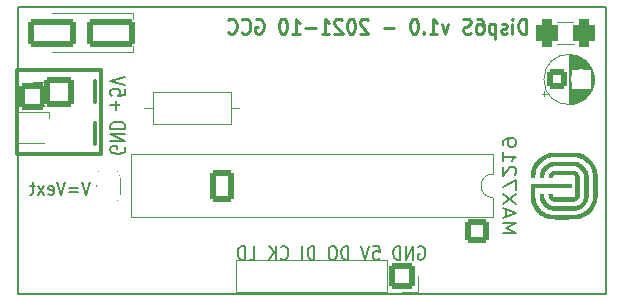
<source format=gbr>
G04 #@! TF.GenerationSoftware,KiCad,Pcbnew,(5.99.0-12936-g328d3d0d77)*
G04 #@! TF.CreationDate,2021-10-24T19:14:53+02:00*
G04 #@! TF.ProjectId,FSP-Display6S,4653502d-4469-4737-906c-617936532e6b,v1.0*
G04 #@! TF.SameCoordinates,Original*
G04 #@! TF.FileFunction,Legend,Bot*
G04 #@! TF.FilePolarity,Positive*
%FSLAX46Y46*%
G04 Gerber Fmt 4.6, Leading zero omitted, Abs format (unit mm)*
G04 Created by KiCad (PCBNEW (5.99.0-12936-g328d3d0d77)) date 2021-10-24 19:14:53*
%MOMM*%
%LPD*%
G01*
G04 APERTURE LIST*
G04 Aperture macros list*
%AMRoundRect*
0 Rectangle with rounded corners*
0 $1 Rounding radius*
0 $2 $3 $4 $5 $6 $7 $8 $9 X,Y pos of 4 corners*
0 Add a 4 corners polygon primitive as box body*
4,1,4,$2,$3,$4,$5,$6,$7,$8,$9,$2,$3,0*
0 Add four circle primitives for the rounded corners*
1,1,$1+$1,$2,$3*
1,1,$1+$1,$4,$5*
1,1,$1+$1,$6,$7*
1,1,$1+$1,$8,$9*
0 Add four rect primitives between the rounded corners*
20,1,$1+$1,$2,$3,$4,$5,0*
20,1,$1+$1,$4,$5,$6,$7,0*
20,1,$1+$1,$6,$7,$8,$9,0*
20,1,$1+$1,$8,$9,$2,$3,0*%
%AMFreePoly0*
4,1,41,0.597202,0.984665,0.679605,0.929605,0.734665,0.847202,0.754000,0.750000,0.754000,-0.750000,0.734665,-0.847202,0.679605,-0.929605,0.597202,-0.984665,0.500000,-1.004000,0.000000,-1.004000,-0.027270,-0.998576,-0.084595,-0.997525,-0.155685,-0.986011,-0.291000,-0.943736,-0.356003,-0.912732,-0.474013,-0.834177,-0.527699,-0.786176,-0.618919,-0.677657,-0.656975,-0.616516,-0.714070,-0.486757,
-0.733437,-0.417395,-0.751020,-0.282935,-0.747539,-0.282480,-0.754000,-0.250000,-0.754000,0.250000,-0.751326,0.263440,-0.750939,0.295188,-0.729128,0.435265,-0.708073,0.504133,-0.647825,0.632458,-0.608286,0.692650,-0.514442,0.798908,-0.459598,0.845584,-0.339703,0.921232,-0.273964,0.950638,-0.137657,0.989595,-0.066305,0.999369,-0.024565,0.999114,0.000000,1.004000,0.500000,1.004000,
0.597202,0.984665,0.597202,0.984665,$1*%
%AMFreePoly1*
4,1,41,0.026121,0.998804,0.075455,0.998503,0.146682,0.987859,0.282503,0.947240,0.347878,0.917032,0.466840,0.839925,0.521111,0.792582,0.613649,0.685185,0.652448,0.624516,0.711125,0.495464,0.731338,0.426341,0.751435,0.286008,0.754000,0.250000,0.754000,-0.250000,0.753981,-0.253098,0.753832,-0.265314,0.750331,-0.304357,0.726811,-0.444158,0.704915,-0.512766,0.643103,-0.640345,
0.602833,-0.700048,0.507698,-0.805152,0.452287,-0.851155,0.331477,-0.925332,0.265385,-0.953933,0.128612,-0.991222,0.057145,-1.000123,0.022668,-0.999491,0.000000,-1.004000,-0.500000,-1.004000,-0.597202,-0.984665,-0.679605,-0.929605,-0.734665,-0.847202,-0.754000,-0.750000,-0.754000,0.750000,-0.734665,0.847202,-0.679605,0.929605,-0.597202,0.984665,-0.500000,1.004000,0.000000,1.004000,
0.026121,0.998804,0.026121,0.998804,$1*%
G04 Aperture macros list end*
%ADD10C,0.149860*%
%ADD11C,0.203200*%
%ADD12C,0.254000*%
%ADD13C,0.120000*%
%ADD14C,0.304800*%
%ADD15C,3.708000*%
%ADD16RoundRect,0.254000X0.750570X-1.099820X0.750570X1.099820X-0.750570X1.099820X-0.750570X-1.099820X0*%
%ADD17O,2.009140X2.707640*%
%ADD18C,2.108000*%
%ADD19O,2.108000X2.108000*%
%ADD20RoundRect,0.254000X0.889000X0.889000X-0.889000X0.889000X-0.889000X-0.889000X0.889000X-0.889000X0*%
%ADD21O,2.286000X2.286000*%
%ADD22RoundRect,0.254000X-0.600000X-0.600000X0.600000X-0.600000X0.600000X0.600000X-0.600000X0.600000X0*%
%ADD23C,1.708000*%
%ADD24RoundRect,0.254000X0.800000X-0.800000X0.800000X0.800000X-0.800000X0.800000X-0.800000X-0.800000X0*%
%ADD25RoundRect,0.254000X1.750000X0.900000X-1.750000X0.900000X-1.750000X-0.900000X1.750000X-0.900000X0*%
%ADD26RoundRect,0.504000X-0.412500X-0.650000X0.412500X-0.650000X0.412500X0.650000X-0.412500X0.650000X0*%
%ADD27RoundRect,0.254000X0.850000X-0.850000X0.850000X0.850000X-0.850000X0.850000X-0.850000X-0.850000X0*%
%ADD28O,2.208000X2.208000*%
%ADD29FreePoly0,90.000000*%
%ADD30FreePoly1,90.000000*%
%ADD31RoundRect,0.254000X-1.016000X1.016000X-1.016000X-1.016000X1.016000X-1.016000X1.016000X1.016000X0*%
%ADD32O,2.540000X3.048000*%
G04 APERTURE END LIST*
D10*
X41147996Y-28067001D02*
X41147996Y-52324001D01*
X90931996Y-28067001D02*
X41147996Y-28067001D01*
X90931996Y-52324001D02*
X90931996Y-28067001D01*
X41147996Y-52324001D02*
X90931996Y-52324001D01*
D11*
X82159928Y-47171428D02*
X83302928Y-47171428D01*
X82486500Y-46748095D01*
X83302928Y-46324761D01*
X82159928Y-46324761D01*
X82486500Y-45780476D02*
X82486500Y-45175714D01*
X82159928Y-45901428D02*
X83302928Y-45478095D01*
X82159928Y-45054761D01*
X83302928Y-44752380D02*
X82159928Y-43905714D01*
X83302928Y-43905714D02*
X82159928Y-44752380D01*
X83302928Y-43542857D02*
X83302928Y-42696190D01*
X82159928Y-43240476D01*
X83194071Y-42272857D02*
X83248500Y-42212380D01*
X83302928Y-42091428D01*
X83302928Y-41789047D01*
X83248500Y-41668095D01*
X83194071Y-41607619D01*
X83085214Y-41547142D01*
X82976357Y-41547142D01*
X82813071Y-41607619D01*
X82159928Y-42333333D01*
X82159928Y-41547142D01*
X82159928Y-40337619D02*
X82159928Y-41063333D01*
X82159928Y-40700476D02*
X83302928Y-40700476D01*
X83139642Y-40821428D01*
X83030785Y-40942380D01*
X82976357Y-41063333D01*
X82159928Y-39732857D02*
X82159928Y-39490952D01*
X82214357Y-39370000D01*
X82268785Y-39309523D01*
X82432071Y-39188571D01*
X82649785Y-39128095D01*
X83085214Y-39128095D01*
X83194071Y-39188571D01*
X83248500Y-39249047D01*
X83302928Y-39370000D01*
X83302928Y-39611904D01*
X83248500Y-39732857D01*
X83194071Y-39793333D01*
X83085214Y-39853809D01*
X82813071Y-39853809D01*
X82704214Y-39793333D01*
X82649785Y-39732857D01*
X82595357Y-39611904D01*
X82595357Y-39370000D01*
X82649785Y-39249047D01*
X82704214Y-39188571D01*
X82813071Y-39128095D01*
X47244000Y-42808071D02*
X46905333Y-43951071D01*
X46566666Y-42808071D01*
X46228000Y-43352357D02*
X45453904Y-43352357D01*
X45453904Y-43678928D02*
X46228000Y-43678928D01*
X45115238Y-42808071D02*
X44776571Y-43951071D01*
X44437904Y-42808071D01*
X43712190Y-43896642D02*
X43808952Y-43951071D01*
X44002476Y-43951071D01*
X44099238Y-43896642D01*
X44147619Y-43787785D01*
X44147619Y-43352357D01*
X44099238Y-43243500D01*
X44002476Y-43189071D01*
X43808952Y-43189071D01*
X43712190Y-43243500D01*
X43663809Y-43352357D01*
X43663809Y-43461214D01*
X44147619Y-43570071D01*
X43325142Y-43951071D02*
X42792952Y-43189071D01*
X43325142Y-43189071D02*
X42792952Y-43951071D01*
X42551047Y-43189071D02*
X42164000Y-43189071D01*
X42405904Y-42808071D02*
X42405904Y-43787785D01*
X42357523Y-43896642D01*
X42260761Y-43951071D01*
X42164000Y-43951071D01*
D12*
X84144757Y-30292523D02*
X84144757Y-29022523D01*
X83872614Y-29022523D01*
X83709328Y-29083000D01*
X83600471Y-29203952D01*
X83546042Y-29324904D01*
X83491614Y-29566809D01*
X83491614Y-29748238D01*
X83546042Y-29990142D01*
X83600471Y-30111095D01*
X83709328Y-30232047D01*
X83872614Y-30292523D01*
X84144757Y-30292523D01*
X83001757Y-30292523D02*
X83001757Y-29445857D01*
X83001757Y-29022523D02*
X83056185Y-29083000D01*
X83001757Y-29143476D01*
X82947328Y-29083000D01*
X83001757Y-29022523D01*
X83001757Y-29143476D01*
X82511900Y-30232047D02*
X82403042Y-30292523D01*
X82185328Y-30292523D01*
X82076471Y-30232047D01*
X82022042Y-30111095D01*
X82022042Y-30050619D01*
X82076471Y-29929666D01*
X82185328Y-29869190D01*
X82348614Y-29869190D01*
X82457471Y-29808714D01*
X82511900Y-29687761D01*
X82511900Y-29627285D01*
X82457471Y-29506333D01*
X82348614Y-29445857D01*
X82185328Y-29445857D01*
X82076471Y-29506333D01*
X81532185Y-29445857D02*
X81532185Y-30715857D01*
X81532185Y-29506333D02*
X81423328Y-29445857D01*
X81205614Y-29445857D01*
X81096757Y-29506333D01*
X81042328Y-29566809D01*
X80987900Y-29687761D01*
X80987900Y-30050619D01*
X81042328Y-30171571D01*
X81096757Y-30232047D01*
X81205614Y-30292523D01*
X81423328Y-30292523D01*
X81532185Y-30232047D01*
X80008185Y-29022523D02*
X80225900Y-29022523D01*
X80334757Y-29083000D01*
X80389185Y-29143476D01*
X80498042Y-29324904D01*
X80552471Y-29566809D01*
X80552471Y-30050619D01*
X80498042Y-30171571D01*
X80443614Y-30232047D01*
X80334757Y-30292523D01*
X80117042Y-30292523D01*
X80008185Y-30232047D01*
X79953757Y-30171571D01*
X79899328Y-30050619D01*
X79899328Y-29748238D01*
X79953757Y-29627285D01*
X80008185Y-29566809D01*
X80117042Y-29506333D01*
X80334757Y-29506333D01*
X80443614Y-29566809D01*
X80498042Y-29627285D01*
X80552471Y-29748238D01*
X79463900Y-30232047D02*
X79300614Y-30292523D01*
X79028471Y-30292523D01*
X78919614Y-30232047D01*
X78865185Y-30171571D01*
X78810757Y-30050619D01*
X78810757Y-29929666D01*
X78865185Y-29808714D01*
X78919614Y-29748238D01*
X79028471Y-29687761D01*
X79246185Y-29627285D01*
X79355042Y-29566809D01*
X79409471Y-29506333D01*
X79463900Y-29385380D01*
X79463900Y-29264428D01*
X79409471Y-29143476D01*
X79355042Y-29083000D01*
X79246185Y-29022523D01*
X78974042Y-29022523D01*
X78810757Y-29083000D01*
X77558900Y-29445857D02*
X77286757Y-30292523D01*
X77014614Y-29445857D01*
X75980471Y-30292523D02*
X76633614Y-30292523D01*
X76307042Y-30292523D02*
X76307042Y-29022523D01*
X76415900Y-29203952D01*
X76524757Y-29324904D01*
X76633614Y-29385380D01*
X75490614Y-30171571D02*
X75436185Y-30232047D01*
X75490614Y-30292523D01*
X75545042Y-30232047D01*
X75490614Y-30171571D01*
X75490614Y-30292523D01*
X74728614Y-29022523D02*
X74619757Y-29022523D01*
X74510900Y-29083000D01*
X74456471Y-29143476D01*
X74402042Y-29264428D01*
X74347614Y-29506333D01*
X74347614Y-29808714D01*
X74402042Y-30050619D01*
X74456471Y-30171571D01*
X74510900Y-30232047D01*
X74619757Y-30292523D01*
X74728614Y-30292523D01*
X74837471Y-30232047D01*
X74891900Y-30171571D01*
X74946328Y-30050619D01*
X75000757Y-29808714D01*
X75000757Y-29506333D01*
X74946328Y-29264428D01*
X74891900Y-29143476D01*
X74837471Y-29083000D01*
X74728614Y-29022523D01*
X72986900Y-29808714D02*
X72116042Y-29808714D01*
X70755328Y-29143476D02*
X70700900Y-29083000D01*
X70592042Y-29022523D01*
X70319900Y-29022523D01*
X70211042Y-29083000D01*
X70156614Y-29143476D01*
X70102185Y-29264428D01*
X70102185Y-29385380D01*
X70156614Y-29566809D01*
X70809757Y-30292523D01*
X70102185Y-30292523D01*
X69394614Y-29022523D02*
X69285757Y-29022523D01*
X69176900Y-29083000D01*
X69122471Y-29143476D01*
X69068042Y-29264428D01*
X69013614Y-29506333D01*
X69013614Y-29808714D01*
X69068042Y-30050619D01*
X69122471Y-30171571D01*
X69176900Y-30232047D01*
X69285757Y-30292523D01*
X69394614Y-30292523D01*
X69503471Y-30232047D01*
X69557900Y-30171571D01*
X69612328Y-30050619D01*
X69666757Y-29808714D01*
X69666757Y-29506333D01*
X69612328Y-29264428D01*
X69557900Y-29143476D01*
X69503471Y-29083000D01*
X69394614Y-29022523D01*
X68578185Y-29143476D02*
X68523757Y-29083000D01*
X68414900Y-29022523D01*
X68142757Y-29022523D01*
X68033900Y-29083000D01*
X67979471Y-29143476D01*
X67925042Y-29264428D01*
X67925042Y-29385380D01*
X67979471Y-29566809D01*
X68632614Y-30292523D01*
X67925042Y-30292523D01*
X66836471Y-30292523D02*
X67489614Y-30292523D01*
X67163042Y-30292523D02*
X67163042Y-29022523D01*
X67271900Y-29203952D01*
X67380757Y-29324904D01*
X67489614Y-29385380D01*
X66346614Y-29808714D02*
X65475757Y-29808714D01*
X64332757Y-30292523D02*
X64985900Y-30292523D01*
X64659328Y-30292523D02*
X64659328Y-29022523D01*
X64768185Y-29203952D01*
X64877042Y-29324904D01*
X64985900Y-29385380D01*
X63625185Y-29022523D02*
X63516328Y-29022523D01*
X63407471Y-29083000D01*
X63353042Y-29143476D01*
X63298614Y-29264428D01*
X63244185Y-29506333D01*
X63244185Y-29808714D01*
X63298614Y-30050619D01*
X63353042Y-30171571D01*
X63407471Y-30232047D01*
X63516328Y-30292523D01*
X63625185Y-30292523D01*
X63734042Y-30232047D01*
X63788471Y-30171571D01*
X63842900Y-30050619D01*
X63897328Y-29808714D01*
X63897328Y-29506333D01*
X63842900Y-29264428D01*
X63788471Y-29143476D01*
X63734042Y-29083000D01*
X63625185Y-29022523D01*
X61284757Y-29083000D02*
X61393614Y-29022523D01*
X61556900Y-29022523D01*
X61720185Y-29083000D01*
X61829042Y-29203952D01*
X61883471Y-29324904D01*
X61937900Y-29566809D01*
X61937900Y-29748238D01*
X61883471Y-29990142D01*
X61829042Y-30111095D01*
X61720185Y-30232047D01*
X61556900Y-30292523D01*
X61448042Y-30292523D01*
X61284757Y-30232047D01*
X61230328Y-30171571D01*
X61230328Y-29748238D01*
X61448042Y-29748238D01*
X60087328Y-30171571D02*
X60141757Y-30232047D01*
X60305042Y-30292523D01*
X60413900Y-30292523D01*
X60577185Y-30232047D01*
X60686042Y-30111095D01*
X60740471Y-29990142D01*
X60794900Y-29748238D01*
X60794900Y-29566809D01*
X60740471Y-29324904D01*
X60686042Y-29203952D01*
X60577185Y-29083000D01*
X60413900Y-29022523D01*
X60305042Y-29022523D01*
X60141757Y-29083000D01*
X60087328Y-29143476D01*
X58944328Y-30171571D02*
X58998757Y-30232047D01*
X59162042Y-30292523D01*
X59270900Y-30292523D01*
X59434185Y-30232047D01*
X59543042Y-30111095D01*
X59597471Y-29990142D01*
X59651900Y-29748238D01*
X59651900Y-29566809D01*
X59597471Y-29324904D01*
X59543042Y-29203952D01*
X59434185Y-29083000D01*
X59270900Y-29022523D01*
X59162042Y-29022523D01*
X58998757Y-29083000D01*
X58944328Y-29143476D01*
D11*
X50164998Y-39890096D02*
X50225474Y-39986858D01*
X50225474Y-40132001D01*
X50164998Y-40277143D01*
X50044045Y-40373905D01*
X49923093Y-40422286D01*
X49681188Y-40470667D01*
X49499759Y-40470667D01*
X49257855Y-40422286D01*
X49136902Y-40373905D01*
X49015950Y-40277143D01*
X48955474Y-40132001D01*
X48955474Y-40035239D01*
X49015950Y-39890096D01*
X49076426Y-39841715D01*
X49499759Y-39841715D01*
X49499759Y-40035239D01*
X48955474Y-39406286D02*
X50225474Y-39406286D01*
X48955474Y-38825715D01*
X50225474Y-38825715D01*
X48955474Y-38341905D02*
X50225474Y-38341905D01*
X50225474Y-38100001D01*
X50164998Y-37954858D01*
X50044045Y-37858096D01*
X49923093Y-37809715D01*
X49681188Y-37761334D01*
X49499759Y-37761334D01*
X49257855Y-37809715D01*
X49136902Y-37858096D01*
X49015950Y-37954858D01*
X48955474Y-38100001D01*
X48955474Y-38341905D01*
X49439283Y-36739286D02*
X49439283Y-35965191D01*
X48955474Y-36352239D02*
X49923093Y-36352239D01*
X50225474Y-34997572D02*
X50225474Y-35481381D01*
X49620712Y-35529762D01*
X49681188Y-35481381D01*
X49741664Y-35384620D01*
X49741664Y-35142715D01*
X49681188Y-35045953D01*
X49620712Y-34997572D01*
X49499759Y-34949191D01*
X49197378Y-34949191D01*
X49076426Y-34997572D01*
X49015950Y-35045953D01*
X48955474Y-35142715D01*
X48955474Y-35384620D01*
X49015950Y-35481381D01*
X49076426Y-35529762D01*
X50225474Y-34658905D02*
X48955474Y-34320239D01*
X50225474Y-33981572D01*
X75044904Y-48323500D02*
X75141666Y-48269071D01*
X75286809Y-48269071D01*
X75431952Y-48323500D01*
X75528714Y-48432357D01*
X75577095Y-48541214D01*
X75625476Y-48758928D01*
X75625476Y-48922214D01*
X75577095Y-49139928D01*
X75528714Y-49248785D01*
X75431952Y-49357642D01*
X75286809Y-49412071D01*
X75190047Y-49412071D01*
X75044904Y-49357642D01*
X74996523Y-49303214D01*
X74996523Y-48922214D01*
X75190047Y-48922214D01*
X74561095Y-49412071D02*
X74561095Y-48269071D01*
X73980523Y-49412071D01*
X73980523Y-48269071D01*
X73496714Y-49412071D02*
X73496714Y-48269071D01*
X73254809Y-48269071D01*
X73109666Y-48323500D01*
X73012904Y-48432357D01*
X72964523Y-48541214D01*
X72916142Y-48758928D01*
X72916142Y-48922214D01*
X72964523Y-49139928D01*
X73012904Y-49248785D01*
X73109666Y-49357642D01*
X73254809Y-49412071D01*
X73496714Y-49412071D01*
X71222809Y-48269071D02*
X71706619Y-48269071D01*
X71755000Y-48813357D01*
X71706619Y-48758928D01*
X71609857Y-48704500D01*
X71367952Y-48704500D01*
X71271190Y-48758928D01*
X71222809Y-48813357D01*
X71174428Y-48922214D01*
X71174428Y-49194357D01*
X71222809Y-49303214D01*
X71271190Y-49357642D01*
X71367952Y-49412071D01*
X71609857Y-49412071D01*
X71706619Y-49357642D01*
X71755000Y-49303214D01*
X70884142Y-48269071D02*
X70545476Y-49412071D01*
X70206809Y-48269071D01*
X69094047Y-49412071D02*
X69094047Y-48269071D01*
X68852142Y-48269071D01*
X68707000Y-48323500D01*
X68610238Y-48432357D01*
X68561857Y-48541214D01*
X68513476Y-48758928D01*
X68513476Y-48922214D01*
X68561857Y-49139928D01*
X68610238Y-49248785D01*
X68707000Y-49357642D01*
X68852142Y-49412071D01*
X69094047Y-49412071D01*
X67884523Y-48269071D02*
X67691000Y-48269071D01*
X67594238Y-48323500D01*
X67497476Y-48432357D01*
X67449095Y-48650071D01*
X67449095Y-49031071D01*
X67497476Y-49248785D01*
X67594238Y-49357642D01*
X67691000Y-49412071D01*
X67884523Y-49412071D01*
X67981285Y-49357642D01*
X68078047Y-49248785D01*
X68126428Y-49031071D01*
X68126428Y-48650071D01*
X68078047Y-48432357D01*
X67981285Y-48323500D01*
X67884523Y-48269071D01*
X66239571Y-49412071D02*
X66239571Y-48269071D01*
X65997666Y-48269071D01*
X65852523Y-48323500D01*
X65755761Y-48432357D01*
X65707380Y-48541214D01*
X65659000Y-48758928D01*
X65659000Y-48922214D01*
X65707380Y-49139928D01*
X65755761Y-49248785D01*
X65852523Y-49357642D01*
X65997666Y-49412071D01*
X66239571Y-49412071D01*
X65223571Y-49412071D02*
X65223571Y-48269071D01*
X63385095Y-49303214D02*
X63433476Y-49357642D01*
X63578619Y-49412071D01*
X63675380Y-49412071D01*
X63820523Y-49357642D01*
X63917285Y-49248785D01*
X63965666Y-49139928D01*
X64014047Y-48922214D01*
X64014047Y-48758928D01*
X63965666Y-48541214D01*
X63917285Y-48432357D01*
X63820523Y-48323500D01*
X63675380Y-48269071D01*
X63578619Y-48269071D01*
X63433476Y-48323500D01*
X63385095Y-48377928D01*
X62949666Y-49412071D02*
X62949666Y-48269071D01*
X62369095Y-49412071D02*
X62804523Y-48758928D01*
X62369095Y-48269071D02*
X62949666Y-48922214D01*
X60675761Y-49412071D02*
X61159571Y-49412071D01*
X61159571Y-48269071D01*
X60337095Y-49412071D02*
X60337095Y-48269071D01*
X60095190Y-48269071D01*
X59950047Y-48323500D01*
X59853285Y-48432357D01*
X59804904Y-48541214D01*
X59756523Y-48758928D01*
X59756523Y-48922214D01*
X59804904Y-49139928D01*
X59853285Y-49248785D01*
X59950047Y-49357642D01*
X60095190Y-49412071D01*
X60337095Y-49412071D01*
D13*
X59150000Y-37946000D02*
X52610000Y-37946000D01*
X52610000Y-37946000D02*
X52610000Y-35206000D01*
X59920000Y-36576000D02*
X59150000Y-36576000D01*
X59150000Y-35206000D02*
X59150000Y-37946000D01*
X51840000Y-36576000D02*
X52610000Y-36576000D01*
X52610000Y-35206000D02*
X59150000Y-35206000D01*
X41088000Y-36957000D02*
X41088000Y-39557000D01*
X43748000Y-34357000D02*
X42418000Y-34357000D01*
X43748000Y-35687000D02*
X43748000Y-34357000D01*
X43748000Y-36957000D02*
X43748000Y-39557000D01*
X43748000Y-36957000D02*
X41088000Y-36957000D01*
X43748000Y-39557000D02*
X41088000Y-39557000D01*
X89345409Y-33323000D02*
X89345409Y-32767000D01*
X89785409Y-34827000D02*
X89785409Y-33499000D01*
X89665409Y-35103000D02*
X89665409Y-33223000D01*
X88144409Y-33323000D02*
X88144409Y-32113000D01*
X88625409Y-36070000D02*
X88625409Y-35003000D01*
X88985409Y-35871000D02*
X88985409Y-35003000D01*
X88264409Y-33323000D02*
X88264409Y-32138000D01*
X89065409Y-35813000D02*
X89065409Y-35003000D01*
X89705409Y-35022000D02*
X89705409Y-33304000D01*
X89105409Y-33323000D02*
X89105409Y-32544000D01*
X88745409Y-36014000D02*
X88745409Y-35003000D01*
X89345409Y-35559000D02*
X89345409Y-35003000D01*
X87944409Y-36237000D02*
X87944409Y-32089000D01*
X89505409Y-33323000D02*
X89505409Y-32963000D01*
X88304409Y-33323000D02*
X88304409Y-32147000D01*
X88344409Y-33323000D02*
X88344409Y-32158000D01*
X88705409Y-33323000D02*
X88705409Y-32293000D01*
X89745409Y-34931000D02*
X89745409Y-33395000D01*
X89265409Y-33323000D02*
X89265409Y-32685000D01*
X88264409Y-36188000D02*
X88264409Y-35003000D01*
X89825409Y-34700000D02*
X89825409Y-33626000D01*
X89865409Y-34533000D02*
X89865409Y-33793000D01*
X88905409Y-35923000D02*
X88905409Y-35003000D01*
X89625409Y-35176000D02*
X89625409Y-33150000D01*
X89025409Y-33323000D02*
X89025409Y-32483000D01*
X88224409Y-36197000D02*
X88224409Y-35003000D01*
X89065409Y-33323000D02*
X89065409Y-32513000D01*
X89465409Y-33323000D02*
X89465409Y-32909000D01*
X88545409Y-36103000D02*
X88545409Y-35003000D01*
X88464409Y-36131000D02*
X88464409Y-35003000D01*
X88384409Y-33323000D02*
X88384409Y-32169000D01*
X88384409Y-36157000D02*
X88384409Y-35003000D01*
X89505409Y-35363000D02*
X89505409Y-35003000D01*
X88585409Y-36087000D02*
X88585409Y-35003000D01*
X87984409Y-33323000D02*
X87984409Y-32092000D01*
X89305409Y-33323000D02*
X89305409Y-32725000D01*
X88304409Y-36179000D02*
X88304409Y-35003000D01*
X88024409Y-36230000D02*
X88024409Y-35003000D01*
X89305409Y-35601000D02*
X89305409Y-35003000D01*
X88064409Y-36225000D02*
X88064409Y-35003000D01*
X88064409Y-33323000D02*
X88064409Y-32101000D01*
X89185409Y-33323000D02*
X89185409Y-32611000D01*
X88505409Y-33323000D02*
X88505409Y-32209000D01*
X88825409Y-35971000D02*
X88825409Y-35003000D01*
X88945409Y-35898000D02*
X88945409Y-35003000D01*
X88184409Y-33323000D02*
X88184409Y-32121000D01*
X88625409Y-33323000D02*
X88625409Y-32256000D01*
X87784409Y-36243000D02*
X87784409Y-32083000D01*
X89585409Y-33323000D02*
X89585409Y-33083000D01*
X88665409Y-36052000D02*
X88665409Y-35003000D01*
X87984409Y-36234000D02*
X87984409Y-35003000D01*
X89225409Y-35679000D02*
X89225409Y-35003000D01*
X88825409Y-33323000D02*
X88825409Y-32355000D01*
X88585409Y-33323000D02*
X88585409Y-32239000D01*
X88505409Y-36117000D02*
X88505409Y-35003000D01*
X89585409Y-35243000D02*
X89585409Y-35003000D01*
X87824409Y-36243000D02*
X87824409Y-32083000D01*
X88224409Y-33323000D02*
X88224409Y-32129000D01*
X88985409Y-33323000D02*
X88985409Y-32455000D01*
X89185409Y-35715000D02*
X89185409Y-35003000D01*
X89265409Y-35641000D02*
X89265409Y-35003000D01*
X88785409Y-35993000D02*
X88785409Y-35003000D01*
X88024409Y-33323000D02*
X88024409Y-32096000D01*
X88545409Y-33323000D02*
X88545409Y-32223000D01*
X85714608Y-35558000D02*
X85714608Y-35158000D01*
X88865409Y-33323000D02*
X88865409Y-32378000D01*
X88785409Y-33323000D02*
X88785409Y-32333000D01*
X88424409Y-33323000D02*
X88424409Y-32181000D01*
X89385409Y-33323000D02*
X89385409Y-32812000D01*
X88865409Y-35948000D02*
X88865409Y-35003000D01*
X88905409Y-33323000D02*
X88905409Y-32403000D01*
X87904409Y-36240000D02*
X87904409Y-32086000D01*
X87864409Y-36242000D02*
X87864409Y-32084000D01*
X88184409Y-36205000D02*
X88184409Y-35003000D01*
X88705409Y-36033000D02*
X88705409Y-35003000D01*
X89465409Y-35417000D02*
X89465409Y-35003000D01*
X89105409Y-35782000D02*
X89105409Y-35003000D01*
X88665409Y-33323000D02*
X88665409Y-32274000D01*
X88945409Y-33323000D02*
X88945409Y-32428000D01*
X89545409Y-33323000D02*
X89545409Y-33021000D01*
X88745409Y-33323000D02*
X88745409Y-32312000D01*
X88104409Y-33323000D02*
X88104409Y-32107000D01*
X88464409Y-33323000D02*
X88464409Y-32195000D01*
X88424409Y-36145000D02*
X88424409Y-35003000D01*
X89425409Y-35467000D02*
X89425409Y-35003000D01*
X89145409Y-35750000D02*
X89145409Y-35003000D01*
X88144409Y-36213000D02*
X88144409Y-35003000D01*
X89225409Y-33323000D02*
X89225409Y-32647000D01*
X89385409Y-35514000D02*
X89385409Y-35003000D01*
X85514608Y-35358000D02*
X85914608Y-35358000D01*
X88344409Y-36168000D02*
X88344409Y-35003000D01*
X88104409Y-36219000D02*
X88104409Y-35003000D01*
X89545409Y-35305000D02*
X89545409Y-35003000D01*
X89025409Y-35843000D02*
X89025409Y-35003000D01*
X89425409Y-33323000D02*
X89425409Y-32859000D01*
X89145409Y-33323000D02*
X89145409Y-32576000D01*
X89904409Y-34163000D02*
G75*
G03*
X89904409Y-34163000I-2120000J0D01*
G01*
X81345000Y-45820000D02*
X50745000Y-45820000D01*
X50745000Y-40520000D02*
X81345000Y-40520000D01*
X81345000Y-44170000D02*
X81345000Y-45820000D01*
X50745000Y-45820000D02*
X50745000Y-40520000D01*
X81345000Y-40520000D02*
X81345000Y-42170000D01*
X81345000Y-42170000D02*
G75*
G03*
X81345000Y-44170000I0J-1000000D01*
G01*
X50882000Y-28576000D02*
X43982000Y-28576000D01*
X50882000Y-28576000D02*
X50882000Y-31876000D01*
X50882000Y-31876000D02*
X43982000Y-31876000D01*
X86791748Y-31136000D02*
X88214252Y-31136000D01*
X86791748Y-29316000D02*
X88214252Y-29316000D01*
X72390000Y-52130000D02*
X72390000Y-49470000D01*
X72390000Y-52130000D02*
X59630000Y-52130000D01*
X59630000Y-52130000D02*
X59630000Y-49470000D01*
X73660000Y-52130000D02*
X74990000Y-52130000D01*
X74990000Y-52130000D02*
X74990000Y-50800000D01*
X72390000Y-49470000D02*
X59630000Y-49470000D01*
X47768000Y-42480000D02*
X47768000Y-43880000D01*
X49068000Y-41780000D02*
X48468000Y-41780000D01*
X48468000Y-44580000D02*
X49068000Y-44580000D01*
X49768000Y-43880000D02*
X49768000Y-42480000D01*
X48468000Y-41780000D02*
G75*
G03*
X47768000Y-42480000I-1J-699999D01*
G01*
X47768000Y-43880000D02*
G75*
G03*
X48468000Y-44580000I699999J-1D01*
G01*
X49768000Y-42480000D02*
G75*
G03*
X49068000Y-41780000I-699999J1D01*
G01*
X49068000Y-44580000D02*
G75*
G03*
X49768000Y-43880000I1J699999D01*
G01*
D14*
X48133000Y-40513000D02*
X48133000Y-33401000D01*
X47625000Y-37846000D02*
X47625000Y-39624000D01*
X48133000Y-33401000D02*
X41021000Y-33401000D01*
X41021000Y-33401000D02*
X41021000Y-40513000D01*
X41021000Y-40513000D02*
X48133000Y-40513000D01*
X47625000Y-34290000D02*
X47625000Y-36068000D01*
G36*
X86938928Y-41877647D02*
G01*
X87033330Y-41877766D01*
X87141293Y-41877984D01*
X87263832Y-41878283D01*
X87401959Y-41878648D01*
X88260019Y-41880947D01*
X88332270Y-41908572D01*
X88360500Y-41920171D01*
X88446365Y-41966546D01*
X88522196Y-42025186D01*
X88586766Y-42094834D01*
X88638848Y-42174234D01*
X88677216Y-42262126D01*
X88699954Y-42329183D01*
X88702182Y-43179473D01*
X88702250Y-43205437D01*
X88702593Y-43340076D01*
X88702867Y-43459320D01*
X88703054Y-43564191D01*
X88703139Y-43655710D01*
X88703105Y-43734899D01*
X88702934Y-43802780D01*
X88702612Y-43860376D01*
X88702121Y-43908707D01*
X88701446Y-43948796D01*
X88700568Y-43981665D01*
X88699472Y-44008336D01*
X88698142Y-44029829D01*
X88696560Y-44047168D01*
X88694711Y-44061375D01*
X88692578Y-44073470D01*
X88690144Y-44084476D01*
X88687393Y-44095415D01*
X88661936Y-44171679D01*
X88618801Y-44255880D01*
X88563232Y-44330797D01*
X88496568Y-44395170D01*
X88420151Y-44447741D01*
X88335320Y-44487250D01*
X88243418Y-44512437D01*
X88238973Y-44513169D01*
X88222568Y-44514996D01*
X88199052Y-44516616D01*
X88167562Y-44518041D01*
X88127234Y-44519281D01*
X88077207Y-44520348D01*
X88016617Y-44521254D01*
X87944601Y-44522011D01*
X87860298Y-44522630D01*
X87762845Y-44523122D01*
X87651378Y-44523500D01*
X87525036Y-44523774D01*
X87382955Y-44523956D01*
X87320715Y-44524017D01*
X87187522Y-44524140D01*
X87069426Y-44524190D01*
X86965378Y-44524100D01*
X86874327Y-44523808D01*
X86795221Y-44523250D01*
X86727010Y-44522361D01*
X86668643Y-44521078D01*
X86619069Y-44519336D01*
X86577237Y-44517071D01*
X86542097Y-44514221D01*
X86512598Y-44510719D01*
X86487688Y-44506503D01*
X86466317Y-44501509D01*
X86447435Y-44495672D01*
X86429990Y-44488929D01*
X86412932Y-44481215D01*
X86395209Y-44472467D01*
X86375771Y-44462621D01*
X86338459Y-44442327D01*
X86258234Y-44386424D01*
X86191211Y-44320526D01*
X86137560Y-44244902D01*
X86097449Y-44159818D01*
X86071047Y-44065540D01*
X86058525Y-43962336D01*
X86053729Y-43868954D01*
X86444193Y-43868954D01*
X86448019Y-43935041D01*
X86449903Y-43960583D01*
X86454568Y-43991322D01*
X86462804Y-44015905D01*
X86476321Y-44040718D01*
X86506968Y-44080058D01*
X86546524Y-44108621D01*
X86596450Y-44125651D01*
X86601413Y-44126415D01*
X86624722Y-44128138D01*
X86663953Y-44129654D01*
X86719190Y-44130965D01*
X86790519Y-44132072D01*
X86878025Y-44132976D01*
X86981791Y-44133677D01*
X87101903Y-44134176D01*
X87238445Y-44134475D01*
X87391503Y-44134575D01*
X87493523Y-44134581D01*
X87615723Y-44134574D01*
X87723123Y-44134488D01*
X87816751Y-44134259D01*
X87897637Y-44133819D01*
X87966808Y-44133102D01*
X88025295Y-44132043D01*
X88074125Y-44130574D01*
X88114328Y-44128629D01*
X88146932Y-44126143D01*
X88172967Y-44123048D01*
X88193460Y-44119280D01*
X88209442Y-44114770D01*
X88221941Y-44109454D01*
X88231986Y-44103265D01*
X88240605Y-44096137D01*
X88248828Y-44088003D01*
X88257684Y-44078797D01*
X88261097Y-44075346D01*
X88269937Y-44066680D01*
X88277737Y-44058719D01*
X88284561Y-44050446D01*
X88290474Y-44040842D01*
X88295541Y-44028891D01*
X88299827Y-44013573D01*
X88303396Y-43993870D01*
X88306315Y-43968765D01*
X88308647Y-43937239D01*
X88310458Y-43898275D01*
X88311812Y-43850854D01*
X88312775Y-43793958D01*
X88313412Y-43726569D01*
X88313787Y-43647669D01*
X88313966Y-43556241D01*
X88314014Y-43451265D01*
X88313994Y-43331725D01*
X88313973Y-43196601D01*
X88313969Y-43148142D01*
X88313906Y-43017107D01*
X88313755Y-42901441D01*
X88313506Y-42800225D01*
X88313144Y-42712541D01*
X88312659Y-42637471D01*
X88312036Y-42574096D01*
X88311263Y-42521499D01*
X88310328Y-42478759D01*
X88309219Y-42444960D01*
X88307922Y-42419182D01*
X88306425Y-42400508D01*
X88304715Y-42388018D01*
X88302780Y-42380795D01*
X88281030Y-42342934D01*
X88248101Y-42307212D01*
X88210559Y-42282530D01*
X88204300Y-42279981D01*
X88196750Y-42277730D01*
X88186895Y-42275762D01*
X88173711Y-42274057D01*
X88156179Y-42272597D01*
X88133278Y-42271362D01*
X88103985Y-42270335D01*
X88067282Y-42269495D01*
X88022145Y-42268825D01*
X87967554Y-42268306D01*
X87902489Y-42267917D01*
X87825927Y-42267642D01*
X87736849Y-42267461D01*
X87634232Y-42267355D01*
X87517056Y-42267305D01*
X87384300Y-42267292D01*
X87300873Y-42267280D01*
X87174540Y-42267239D01*
X87063191Y-42267232D01*
X86965817Y-42267334D01*
X86881405Y-42267615D01*
X86808947Y-42268150D01*
X86747431Y-42269010D01*
X86695847Y-42270267D01*
X86653185Y-42271994D01*
X86618434Y-42274265D01*
X86590583Y-42277150D01*
X86568623Y-42280722D01*
X86551543Y-42285055D01*
X86538332Y-42290220D01*
X86527979Y-42296290D01*
X86519476Y-42303338D01*
X86511810Y-42311435D01*
X86503971Y-42320654D01*
X86494950Y-42331068D01*
X86493318Y-42332908D01*
X86466986Y-42374443D01*
X86451435Y-42426920D01*
X86446326Y-42491454D01*
X86446326Y-42532549D01*
X86056196Y-42532549D01*
X86056196Y-42462536D01*
X86056201Y-42459888D01*
X86064263Y-42360253D01*
X86087028Y-42266402D01*
X86123578Y-42179564D01*
X86172994Y-42100970D01*
X86234358Y-42031848D01*
X86306753Y-41973428D01*
X86389260Y-41926941D01*
X86480961Y-41893615D01*
X86484909Y-41892538D01*
X86495193Y-41889881D01*
X86505869Y-41887536D01*
X86517950Y-41885487D01*
X86532450Y-41883717D01*
X86550381Y-41882210D01*
X86572756Y-41880950D01*
X86600589Y-41879920D01*
X86634893Y-41879103D01*
X86676680Y-41878483D01*
X86726964Y-41878044D01*
X86786758Y-41877770D01*
X86857075Y-41877643D01*
X86938928Y-41877647D01*
G37*
G36*
X87877295Y-41122365D02*
G01*
X87965176Y-41122631D01*
X88042076Y-41123158D01*
X88109029Y-41123981D01*
X88167064Y-41125135D01*
X88217214Y-41126655D01*
X88260509Y-41128576D01*
X88297982Y-41130933D01*
X88330663Y-41133760D01*
X88359585Y-41137092D01*
X88385777Y-41140965D01*
X88410273Y-41145412D01*
X88434104Y-41150469D01*
X88458300Y-41156171D01*
X88483893Y-41162552D01*
X88591747Y-41195085D01*
X88723178Y-41249763D01*
X88847619Y-41318558D01*
X88963838Y-41400473D01*
X89070604Y-41494514D01*
X89166683Y-41599687D01*
X89250846Y-41714995D01*
X89321859Y-41839444D01*
X89330729Y-41857519D01*
X89361476Y-41925477D01*
X89387451Y-41993283D01*
X89410641Y-42066506D01*
X89433036Y-42150718D01*
X89454607Y-42237875D01*
X89457572Y-43146797D01*
X89457894Y-43246747D01*
X89458308Y-43385549D01*
X89458600Y-43509455D01*
X89458733Y-43619491D01*
X89458673Y-43716686D01*
X89458385Y-43802068D01*
X89457833Y-43876665D01*
X89456981Y-43941504D01*
X89455794Y-43997614D01*
X89454238Y-44046023D01*
X89452276Y-44087758D01*
X89449873Y-44123847D01*
X89446994Y-44155319D01*
X89443603Y-44183200D01*
X89439666Y-44208520D01*
X89435147Y-44232306D01*
X89430010Y-44255585D01*
X89424220Y-44279387D01*
X89417741Y-44304738D01*
X89417696Y-44304915D01*
X89374646Y-44441894D01*
X89318256Y-44570176D01*
X89247828Y-44690961D01*
X89162661Y-44805448D01*
X89062057Y-44914836D01*
X89007987Y-44965292D01*
X88894405Y-45054452D01*
X88772119Y-45129638D01*
X88641787Y-45190519D01*
X88504071Y-45236762D01*
X88359627Y-45268037D01*
X88351928Y-45269079D01*
X88333940Y-45270692D01*
X88309097Y-45272110D01*
X88276586Y-45273342D01*
X88235596Y-45274393D01*
X88185314Y-45275272D01*
X88124928Y-45275985D01*
X88053626Y-45276539D01*
X87970596Y-45276942D01*
X87875025Y-45277200D01*
X87766102Y-45277322D01*
X87643015Y-45277313D01*
X87504951Y-45277182D01*
X87351098Y-45276936D01*
X87309337Y-45276858D01*
X87168663Y-45276587D01*
X87043348Y-45276321D01*
X86932418Y-45276040D01*
X86834899Y-45275725D01*
X86749817Y-45275357D01*
X86676200Y-45274918D01*
X86613074Y-45274389D01*
X86559466Y-45273751D01*
X86514401Y-45272986D01*
X86476906Y-45272073D01*
X86446008Y-45270995D01*
X86420733Y-45269732D01*
X86400108Y-45268267D01*
X86383159Y-45266579D01*
X86368913Y-45264650D01*
X86356396Y-45262462D01*
X86344634Y-45259995D01*
X86332655Y-45257231D01*
X86274686Y-45242367D01*
X86131653Y-45194439D01*
X85997594Y-45133001D01*
X85873147Y-45058701D01*
X85758951Y-44972191D01*
X85655646Y-44874119D01*
X85563871Y-44765135D01*
X85484266Y-44645889D01*
X85417469Y-44517031D01*
X85364121Y-44379209D01*
X85324860Y-44233075D01*
X85315388Y-44175886D01*
X85308028Y-44101151D01*
X85303355Y-44012140D01*
X85298430Y-43868954D01*
X85688416Y-43868954D01*
X85693845Y-43983088D01*
X85694833Y-44002038D01*
X85702970Y-44095747D01*
X85716668Y-44178567D01*
X85737048Y-44254853D01*
X85765226Y-44328959D01*
X85802324Y-44405240D01*
X85819461Y-44435981D01*
X85886926Y-44535588D01*
X85966426Y-44624714D01*
X86056635Y-44702453D01*
X86156227Y-44767896D01*
X86263878Y-44820137D01*
X86378261Y-44858268D01*
X86498051Y-44881383D01*
X86501465Y-44881747D01*
X86525455Y-44883178D01*
X86564197Y-44884474D01*
X86616265Y-44885636D01*
X86680235Y-44886664D01*
X86754680Y-44887559D01*
X86838177Y-44888320D01*
X86929299Y-44888948D01*
X87026622Y-44889444D01*
X87128721Y-44889806D01*
X87234170Y-44890037D01*
X87341545Y-44890135D01*
X87449420Y-44890101D01*
X87556371Y-44889935D01*
X87660971Y-44889638D01*
X87761797Y-44889210D01*
X87857423Y-44888650D01*
X87946423Y-44887960D01*
X88027374Y-44887140D01*
X88098849Y-44886189D01*
X88159423Y-44885108D01*
X88207672Y-44883897D01*
X88242171Y-44882557D01*
X88261494Y-44881088D01*
X88379652Y-44858192D01*
X88496560Y-44820146D01*
X88605235Y-44767759D01*
X88706014Y-44700867D01*
X88799233Y-44619307D01*
X88807049Y-44611446D01*
X88885655Y-44519644D01*
X88951466Y-44417714D01*
X89003841Y-44306797D01*
X89042135Y-44188035D01*
X89065183Y-44097222D01*
X89065183Y-43209052D01*
X89065184Y-43092813D01*
X89065169Y-42961219D01*
X89065095Y-42844379D01*
X89064921Y-42741265D01*
X89064607Y-42650851D01*
X89064109Y-42572108D01*
X89063387Y-42504009D01*
X89062399Y-42445527D01*
X89061103Y-42395634D01*
X89059459Y-42353302D01*
X89057424Y-42317505D01*
X89054958Y-42287214D01*
X89052017Y-42261401D01*
X89048562Y-42239041D01*
X89044551Y-42219104D01*
X89039941Y-42200564D01*
X89034692Y-42182392D01*
X89028761Y-42163562D01*
X89022108Y-42143046D01*
X89017313Y-42128670D01*
X88971139Y-42019021D01*
X88910991Y-41916622D01*
X88838239Y-41822860D01*
X88754250Y-41739120D01*
X88660393Y-41666790D01*
X88558037Y-41607256D01*
X88448549Y-41561905D01*
X88433844Y-41556932D01*
X88414395Y-41550362D01*
X88396348Y-41544550D01*
X88378643Y-41539448D01*
X88360223Y-41535003D01*
X88340027Y-41531167D01*
X88316997Y-41527888D01*
X88290074Y-41525116D01*
X88258199Y-41522801D01*
X88220313Y-41520893D01*
X88175357Y-41519342D01*
X88122272Y-41518097D01*
X88059998Y-41517107D01*
X87987478Y-41516323D01*
X87903651Y-41515695D01*
X87807459Y-41515171D01*
X87697844Y-41514702D01*
X87573745Y-41514238D01*
X87434104Y-41513728D01*
X87290979Y-41513268D01*
X87142069Y-41512972D01*
X87008198Y-41512919D01*
X86889562Y-41513106D01*
X86786354Y-41513532D01*
X86698771Y-41514197D01*
X86627007Y-41515098D01*
X86571257Y-41516236D01*
X86531717Y-41517608D01*
X86508581Y-41519214D01*
X86442436Y-41529102D01*
X86322542Y-41559189D01*
X86210186Y-41603683D01*
X86106192Y-41662006D01*
X86011385Y-41733581D01*
X85926588Y-41817833D01*
X85852626Y-41914185D01*
X85790321Y-42022058D01*
X85761372Y-42084902D01*
X85733466Y-42160535D01*
X85713711Y-42237353D01*
X85700896Y-42320286D01*
X85693806Y-42414264D01*
X85688389Y-42532549D01*
X85298430Y-42532549D01*
X85303362Y-42389362D01*
X85307635Y-42305659D01*
X85315082Y-42228226D01*
X85325507Y-42165151D01*
X85342175Y-42095384D01*
X85387863Y-41954467D01*
X85447416Y-41821957D01*
X85520164Y-41698525D01*
X85605436Y-41584843D01*
X85702563Y-41481584D01*
X85810874Y-41389419D01*
X85929701Y-41309020D01*
X86058372Y-41241060D01*
X86196218Y-41186209D01*
X86342568Y-41145141D01*
X86342851Y-41145077D01*
X86356046Y-41142136D01*
X86368754Y-41139518D01*
X86381982Y-41137201D01*
X86396734Y-41135162D01*
X86414016Y-41133380D01*
X86434833Y-41131832D01*
X86460189Y-41130495D01*
X86491090Y-41129349D01*
X86528541Y-41128370D01*
X86573547Y-41127536D01*
X86627113Y-41126826D01*
X86690245Y-41126217D01*
X86763948Y-41125687D01*
X86849225Y-41125213D01*
X86947084Y-41124774D01*
X87058529Y-41124348D01*
X87184564Y-41123912D01*
X87326196Y-41123444D01*
X87395344Y-41123219D01*
X87537459Y-41122788D01*
X87664468Y-41122478D01*
X87777403Y-41122326D01*
X87877295Y-41122365D01*
G37*
G36*
X87380150Y-40370228D02*
G01*
X87526462Y-40370239D01*
X87665126Y-40370280D01*
X87789010Y-40370365D01*
X87899050Y-40370507D01*
X87996178Y-40370717D01*
X88081330Y-40371009D01*
X88155440Y-40371395D01*
X88219441Y-40371888D01*
X88274269Y-40372500D01*
X88320857Y-40373244D01*
X88360139Y-40374132D01*
X88393050Y-40375177D01*
X88420524Y-40376392D01*
X88443496Y-40377790D01*
X88462899Y-40379382D01*
X88479667Y-40381182D01*
X88494736Y-40383202D01*
X88509039Y-40385455D01*
X88586484Y-40399451D01*
X88724908Y-40430898D01*
X88854645Y-40469756D01*
X88980352Y-40517505D01*
X89106686Y-40575628D01*
X89199443Y-40624959D01*
X89350139Y-40719675D01*
X89491111Y-40827087D01*
X89621661Y-40946251D01*
X89741090Y-41076227D01*
X89848700Y-41216072D01*
X89943792Y-41364844D01*
X90025669Y-41521600D01*
X90093632Y-41685400D01*
X90146982Y-41855300D01*
X90185022Y-42030359D01*
X90187092Y-42042738D01*
X90191493Y-42070948D01*
X90195419Y-42099667D01*
X90198893Y-42129901D01*
X90201937Y-42162656D01*
X90204574Y-42198937D01*
X90206825Y-42239750D01*
X90208712Y-42286102D01*
X90210259Y-42338996D01*
X90211486Y-42399441D01*
X90212417Y-42468440D01*
X90213073Y-42547000D01*
X90213476Y-42636126D01*
X90213649Y-42736825D01*
X90213614Y-42850102D01*
X90213393Y-42976962D01*
X90213009Y-43118412D01*
X90212482Y-43275457D01*
X90212090Y-43384202D01*
X90211583Y-43518462D01*
X90211089Y-43637850D01*
X90210588Y-43743361D01*
X90210062Y-43835991D01*
X90209490Y-43916737D01*
X90208853Y-43986595D01*
X90208131Y-44046561D01*
X90207305Y-44097632D01*
X90206356Y-44140803D01*
X90205263Y-44177072D01*
X90204008Y-44207433D01*
X90202570Y-44232883D01*
X90200930Y-44254419D01*
X90199069Y-44273036D01*
X90196967Y-44289731D01*
X90194604Y-44305500D01*
X90191962Y-44321339D01*
X90180929Y-44381336D01*
X90137985Y-44563525D01*
X90082426Y-44735328D01*
X90013875Y-44897475D01*
X89931957Y-45050694D01*
X89836295Y-45195716D01*
X89726512Y-45333268D01*
X89602233Y-45464079D01*
X89535474Y-45526061D01*
X89394369Y-45640549D01*
X89245175Y-45740624D01*
X89088319Y-45826089D01*
X88924229Y-45896748D01*
X88753332Y-45952405D01*
X88576057Y-45992865D01*
X88392830Y-46017932D01*
X88390295Y-46018132D01*
X88368699Y-46019062D01*
X88331912Y-46019971D01*
X88281097Y-46020851D01*
X88217416Y-46021692D01*
X88142032Y-46022485D01*
X88056108Y-46023221D01*
X87960805Y-46023890D01*
X87857286Y-46024485D01*
X87746714Y-46024994D01*
X87630251Y-46025410D01*
X87509058Y-46025722D01*
X87384300Y-46025922D01*
X87266171Y-46026049D01*
X87121342Y-46026161D01*
X86991288Y-46026157D01*
X86874964Y-46025983D01*
X86771322Y-46025585D01*
X86679317Y-46024911D01*
X86597902Y-46023905D01*
X86526030Y-46022516D01*
X86462657Y-46020688D01*
X86406735Y-46018368D01*
X86357217Y-46015504D01*
X86313059Y-46012040D01*
X86273212Y-46007923D01*
X86236632Y-46003100D01*
X86202271Y-45997518D01*
X86169084Y-45991121D01*
X86136024Y-45983857D01*
X86102045Y-45975673D01*
X86066100Y-45966513D01*
X86027143Y-45956326D01*
X85963686Y-45938575D01*
X85798881Y-45881784D01*
X85642954Y-45812073D01*
X85497370Y-45730068D01*
X85434100Y-45688746D01*
X85286036Y-45578585D01*
X85150210Y-45457519D01*
X85027020Y-45326141D01*
X84916863Y-45185042D01*
X84820135Y-45034815D01*
X84737232Y-44876050D01*
X84668552Y-44709340D01*
X84614490Y-44535277D01*
X84575445Y-44354453D01*
X84569673Y-44318299D01*
X84564633Y-44280942D01*
X84560320Y-44241238D01*
X84556681Y-44197764D01*
X84553665Y-44149093D01*
X84551218Y-44093800D01*
X84549289Y-44030459D01*
X84547824Y-43957645D01*
X84546772Y-43873933D01*
X84546079Y-43777898D01*
X84545693Y-43668113D01*
X84545562Y-43543153D01*
X84545477Y-43005686D01*
X88073254Y-43005686D01*
X88073254Y-43395817D01*
X84943908Y-43395817D01*
X84944060Y-43775571D01*
X84944197Y-43864392D01*
X84944676Y-43953450D01*
X84945617Y-44029447D01*
X84947145Y-44094280D01*
X84949385Y-44149850D01*
X84952463Y-44198055D01*
X84956501Y-44240795D01*
X84961626Y-44279967D01*
X84967963Y-44317472D01*
X84975635Y-44355208D01*
X84984768Y-44395074D01*
X85023618Y-44530080D01*
X85080805Y-44676021D01*
X85151811Y-44816711D01*
X85235377Y-44949940D01*
X85330242Y-45073498D01*
X85435149Y-45185178D01*
X85544435Y-45281149D01*
X85674021Y-45374734D01*
X85812394Y-45454589D01*
X85959977Y-45520926D01*
X86117193Y-45573960D01*
X86284464Y-45613904D01*
X86284671Y-45613944D01*
X86299080Y-45616673D01*
X86313270Y-45619110D01*
X86328230Y-45621276D01*
X86344951Y-45623191D01*
X86364420Y-45624875D01*
X86387628Y-45626347D01*
X86415565Y-45627629D01*
X86449218Y-45628739D01*
X86489579Y-45629699D01*
X86537636Y-45630528D01*
X86594379Y-45631247D01*
X86660798Y-45631874D01*
X86737880Y-45632431D01*
X86826617Y-45632937D01*
X86927998Y-45633413D01*
X87043011Y-45633878D01*
X87172647Y-45634353D01*
X87317895Y-45634858D01*
X87401596Y-45635129D01*
X87559634Y-45635540D01*
X87701837Y-45635760D01*
X87828717Y-45635785D01*
X87940788Y-45635613D01*
X88038561Y-45635240D01*
X88122551Y-45634663D01*
X88193269Y-45633880D01*
X88251229Y-45632887D01*
X88296943Y-45631680D01*
X88330925Y-45630258D01*
X88353686Y-45628617D01*
X88397846Y-45623594D01*
X88561401Y-45594939D01*
X88718441Y-45551435D01*
X88868251Y-45493575D01*
X89010119Y-45421853D01*
X89143331Y-45336763D01*
X89267175Y-45238798D01*
X89380936Y-45128453D01*
X89483901Y-45006221D01*
X89575358Y-44872596D01*
X89654592Y-44728071D01*
X89688438Y-44655180D01*
X89730903Y-44549292D01*
X89763823Y-44444866D01*
X89788305Y-44337588D01*
X89805456Y-44223144D01*
X89816381Y-44097222D01*
X89817300Y-44078250D01*
X89818584Y-44036731D01*
X89819735Y-43981162D01*
X89820755Y-43913078D01*
X89821644Y-43834010D01*
X89822400Y-43745492D01*
X89823025Y-43649054D01*
X89823517Y-43546230D01*
X89823877Y-43438553D01*
X89824105Y-43327554D01*
X89824201Y-43214767D01*
X89824164Y-43101723D01*
X89823995Y-42989956D01*
X89823693Y-42880997D01*
X89823259Y-42776379D01*
X89822691Y-42677634D01*
X89821991Y-42586296D01*
X89821157Y-42503896D01*
X89820191Y-42431967D01*
X89819091Y-42372041D01*
X89817858Y-42325652D01*
X89816492Y-42294330D01*
X89814467Y-42264364D01*
X89799757Y-42126408D01*
X89776247Y-41998628D01*
X89742930Y-41877212D01*
X89698797Y-41758351D01*
X89642839Y-41638235D01*
X89627893Y-41609596D01*
X89543619Y-41468895D01*
X89447225Y-41339250D01*
X89339320Y-41221111D01*
X89220510Y-41114928D01*
X89091403Y-41021152D01*
X88952605Y-40940232D01*
X88804723Y-40872618D01*
X88648365Y-40818761D01*
X88484137Y-40779111D01*
X88482522Y-40778800D01*
X88468249Y-40776134D01*
X88454067Y-40773751D01*
X88438993Y-40771633D01*
X88422046Y-40769761D01*
X88402244Y-40768115D01*
X88378605Y-40766676D01*
X88350147Y-40765424D01*
X88315888Y-40764340D01*
X88274847Y-40763405D01*
X88226042Y-40762600D01*
X88168490Y-40761904D01*
X88101210Y-40761298D01*
X88023220Y-40760764D01*
X87933538Y-40760282D01*
X87831183Y-40759833D01*
X87715171Y-40759396D01*
X87584523Y-40758953D01*
X87438254Y-40758485D01*
X87327797Y-40758171D01*
X87169653Y-40757860D01*
X87025112Y-40757753D01*
X86894509Y-40757847D01*
X86778175Y-40758141D01*
X86676444Y-40758634D01*
X86589648Y-40759323D01*
X86518121Y-40760206D01*
X86462196Y-40761283D01*
X86422204Y-40762550D01*
X86398480Y-40764007D01*
X86319518Y-40773863D01*
X86161352Y-40805604D01*
X86008734Y-40852285D01*
X85862570Y-40913198D01*
X85723769Y-40987635D01*
X85593236Y-41074888D01*
X85471881Y-41174250D01*
X85360611Y-41285013D01*
X85260332Y-41406469D01*
X85171953Y-41537909D01*
X85096381Y-41678627D01*
X85034524Y-41827914D01*
X85020455Y-41868447D01*
X84996914Y-41943926D01*
X84978745Y-42015823D01*
X84965266Y-42088151D01*
X84955795Y-42164924D01*
X84949650Y-42250156D01*
X84946149Y-42347859D01*
X84941927Y-42532549D01*
X84556107Y-42532549D01*
X84550377Y-42418415D01*
X84549823Y-42406427D01*
X84550825Y-42249312D01*
X84566538Y-42088461D01*
X84596406Y-41926361D01*
X84639872Y-41765499D01*
X84696379Y-41608364D01*
X84765371Y-41457441D01*
X84828531Y-41343139D01*
X84927415Y-41193038D01*
X85038738Y-41053138D01*
X85161633Y-40924115D01*
X85295235Y-40806651D01*
X85438677Y-40701422D01*
X85591092Y-40609109D01*
X85751616Y-40530390D01*
X85919381Y-40465945D01*
X86093521Y-40416451D01*
X86109835Y-40412586D01*
X86136223Y-40406346D01*
X86160660Y-40400750D01*
X86184124Y-40395763D01*
X86207591Y-40391351D01*
X86232036Y-40387478D01*
X86258437Y-40384109D01*
X86287770Y-40381208D01*
X86321011Y-40378742D01*
X86359137Y-40376675D01*
X86403123Y-40374972D01*
X86453947Y-40373597D01*
X86512585Y-40372516D01*
X86580013Y-40371693D01*
X86657207Y-40371094D01*
X86745145Y-40370683D01*
X86844802Y-40370426D01*
X86957154Y-40370287D01*
X87083179Y-40370231D01*
X87223852Y-40370223D01*
X87380150Y-40370228D01*
G37*
%LPC*%
D15*
X86359998Y-49403001D03*
X45719998Y-49403001D03*
D16*
X58420000Y-43180000D03*
D17*
X60960000Y-43180000D03*
X63500000Y-43180000D03*
X66040000Y-43180000D03*
X68580000Y-43180000D03*
X71120000Y-43180000D03*
X73660000Y-43180000D03*
X73660000Y-33020000D03*
X71120000Y-33020000D03*
X68580000Y-33020000D03*
X66040000Y-33020000D03*
X63500000Y-33020000D03*
X60960000Y-33020000D03*
X58420000Y-33020000D03*
D18*
X60960000Y-36576000D03*
D19*
X50800000Y-36576000D03*
D20*
X42418000Y-35687000D03*
D21*
X42418000Y-38227000D03*
D22*
X86784409Y-34163000D03*
D23*
X88784409Y-34163000D03*
D24*
X80015000Y-46980000D03*
D19*
X77475000Y-46980000D03*
X74935000Y-46980000D03*
X72395000Y-46980000D03*
X69855000Y-46980000D03*
X67315000Y-46980000D03*
X64775000Y-46980000D03*
X62235000Y-46980000D03*
X59695000Y-46980000D03*
X57155000Y-46980000D03*
X54615000Y-46980000D03*
X52075000Y-46980000D03*
X52075000Y-39360000D03*
X54615000Y-39360000D03*
X57155000Y-39360000D03*
X59695000Y-39360000D03*
X62235000Y-39360000D03*
X64775000Y-39360000D03*
X67315000Y-39360000D03*
X69855000Y-39360000D03*
X72395000Y-39360000D03*
X74935000Y-39360000D03*
X77475000Y-39360000D03*
X80015000Y-39360000D03*
D25*
X48982000Y-30226000D03*
X43982000Y-30226000D03*
D26*
X85940500Y-30226000D03*
X89065500Y-30226000D03*
D27*
X73660000Y-50800000D03*
D28*
X71120000Y-50800000D03*
X68580000Y-50800000D03*
X66040000Y-50800000D03*
X63500000Y-50800000D03*
X60960000Y-50800000D03*
D29*
X48768000Y-43830000D03*
D30*
X48768000Y-42530000D03*
D31*
X44577000Y-35204400D03*
D32*
X44577000Y-38777000D03*
M02*

</source>
